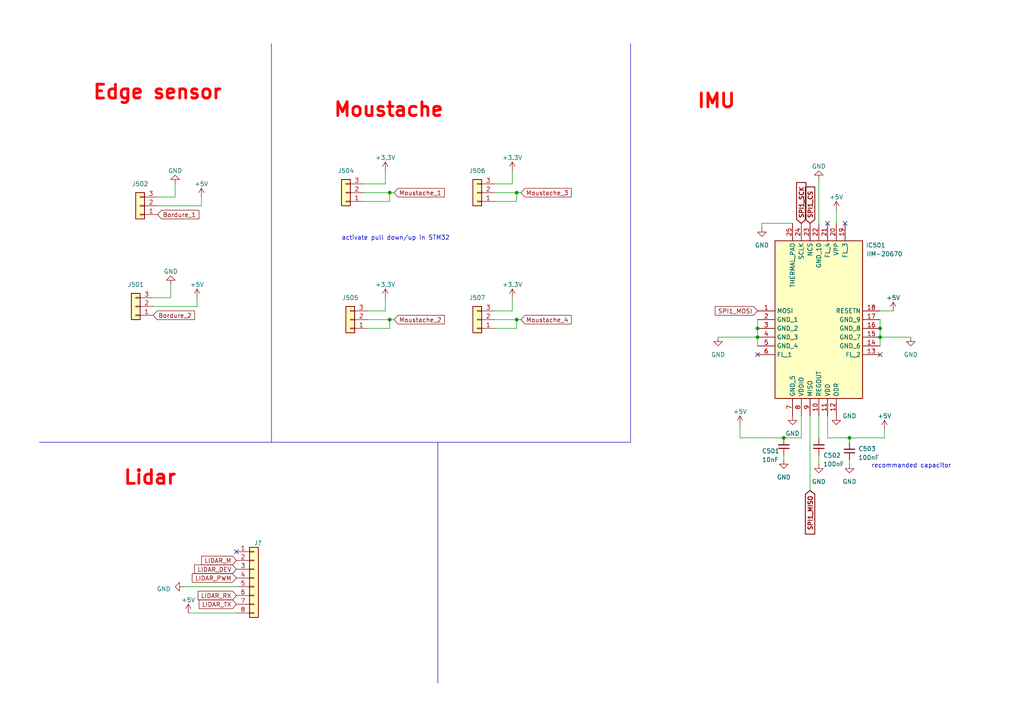
<source format=kicad_sch>
(kicad_sch (version 20230121) (generator eeschema)

  (uuid df230a0d-025f-4e16-9810-5b7b96a6c73a)

  (paper "A4")

  (title_block
    (title "Carte éléctronique Ludzinator")
    (date "2023-09-19")
    (rev "GILLES Baptiste")
  )

  (lib_symbols
    (symbol "Connector_Generic:Conn_01x03" (pin_names (offset 1.016) hide) (in_bom yes) (on_board yes)
      (property "Reference" "J" (at 0 5.08 0)
        (effects (font (size 1.27 1.27)))
      )
      (property "Value" "Conn_01x03" (at 0 -5.08 0)
        (effects (font (size 1.27 1.27)))
      )
      (property "Footprint" "" (at 0 0 0)
        (effects (font (size 1.27 1.27)) hide)
      )
      (property "Datasheet" "~" (at 0 0 0)
        (effects (font (size 1.27 1.27)) hide)
      )
      (property "ki_keywords" "connector" (at 0 0 0)
        (effects (font (size 1.27 1.27)) hide)
      )
      (property "ki_description" "Generic connector, single row, 01x03, script generated (kicad-library-utils/schlib/autogen/connector/)" (at 0 0 0)
        (effects (font (size 1.27 1.27)) hide)
      )
      (property "ki_fp_filters" "Connector*:*_1x??_*" (at 0 0 0)
        (effects (font (size 1.27 1.27)) hide)
      )
      (symbol "Conn_01x03_1_1"
        (rectangle (start -1.27 -2.413) (end 0 -2.667)
          (stroke (width 0.1524) (type default))
          (fill (type none))
        )
        (rectangle (start -1.27 0.127) (end 0 -0.127)
          (stroke (width 0.1524) (type default))
          (fill (type none))
        )
        (rectangle (start -1.27 2.667) (end 0 2.413)
          (stroke (width 0.1524) (type default))
          (fill (type none))
        )
        (rectangle (start -1.27 3.81) (end 1.27 -3.81)
          (stroke (width 0.254) (type default))
          (fill (type background))
        )
        (pin passive line (at -5.08 2.54 0) (length 3.81)
          (name "Pin_1" (effects (font (size 1.27 1.27))))
          (number "1" (effects (font (size 1.27 1.27))))
        )
        (pin passive line (at -5.08 0 0) (length 3.81)
          (name "Pin_2" (effects (font (size 1.27 1.27))))
          (number "2" (effects (font (size 1.27 1.27))))
        )
        (pin passive line (at -5.08 -2.54 0) (length 3.81)
          (name "Pin_3" (effects (font (size 1.27 1.27))))
          (number "3" (effects (font (size 1.27 1.27))))
        )
      )
    )
    (symbol "Connector_Generic:Conn_01x08" (pin_names (offset 1.016) hide) (in_bom yes) (on_board yes)
      (property "Reference" "J" (at 0 10.16 0)
        (effects (font (size 1.27 1.27)))
      )
      (property "Value" "Conn_01x08" (at 0 -12.7 0)
        (effects (font (size 1.27 1.27)))
      )
      (property "Footprint" "" (at 0 0 0)
        (effects (font (size 1.27 1.27)) hide)
      )
      (property "Datasheet" "~" (at 0 0 0)
        (effects (font (size 1.27 1.27)) hide)
      )
      (property "ki_keywords" "connector" (at 0 0 0)
        (effects (font (size 1.27 1.27)) hide)
      )
      (property "ki_description" "Generic connector, single row, 01x08, script generated (kicad-library-utils/schlib/autogen/connector/)" (at 0 0 0)
        (effects (font (size 1.27 1.27)) hide)
      )
      (property "ki_fp_filters" "Connector*:*_1x??_*" (at 0 0 0)
        (effects (font (size 1.27 1.27)) hide)
      )
      (symbol "Conn_01x08_1_1"
        (rectangle (start -1.27 -10.033) (end 0 -10.287)
          (stroke (width 0.1524) (type default))
          (fill (type none))
        )
        (rectangle (start -1.27 -7.493) (end 0 -7.747)
          (stroke (width 0.1524) (type default))
          (fill (type none))
        )
        (rectangle (start -1.27 -4.953) (end 0 -5.207)
          (stroke (width 0.1524) (type default))
          (fill (type none))
        )
        (rectangle (start -1.27 -2.413) (end 0 -2.667)
          (stroke (width 0.1524) (type default))
          (fill (type none))
        )
        (rectangle (start -1.27 0.127) (end 0 -0.127)
          (stroke (width 0.1524) (type default))
          (fill (type none))
        )
        (rectangle (start -1.27 2.667) (end 0 2.413)
          (stroke (width 0.1524) (type default))
          (fill (type none))
        )
        (rectangle (start -1.27 5.207) (end 0 4.953)
          (stroke (width 0.1524) (type default))
          (fill (type none))
        )
        (rectangle (start -1.27 7.747) (end 0 7.493)
          (stroke (width 0.1524) (type default))
          (fill (type none))
        )
        (rectangle (start -1.27 8.89) (end 1.27 -11.43)
          (stroke (width 0.254) (type default))
          (fill (type background))
        )
        (pin passive line (at -5.08 7.62 0) (length 3.81)
          (name "Pin_1" (effects (font (size 1.27 1.27))))
          (number "1" (effects (font (size 1.27 1.27))))
        )
        (pin passive line (at -5.08 5.08 0) (length 3.81)
          (name "Pin_2" (effects (font (size 1.27 1.27))))
          (number "2" (effects (font (size 1.27 1.27))))
        )
        (pin passive line (at -5.08 2.54 0) (length 3.81)
          (name "Pin_3" (effects (font (size 1.27 1.27))))
          (number "3" (effects (font (size 1.27 1.27))))
        )
        (pin passive line (at -5.08 0 0) (length 3.81)
          (name "Pin_4" (effects (font (size 1.27 1.27))))
          (number "4" (effects (font (size 1.27 1.27))))
        )
        (pin passive line (at -5.08 -2.54 0) (length 3.81)
          (name "Pin_5" (effects (font (size 1.27 1.27))))
          (number "5" (effects (font (size 1.27 1.27))))
        )
        (pin passive line (at -5.08 -5.08 0) (length 3.81)
          (name "Pin_6" (effects (font (size 1.27 1.27))))
          (number "6" (effects (font (size 1.27 1.27))))
        )
        (pin passive line (at -5.08 -7.62 0) (length 3.81)
          (name "Pin_7" (effects (font (size 1.27 1.27))))
          (number "7" (effects (font (size 1.27 1.27))))
        )
        (pin passive line (at -5.08 -10.16 0) (length 3.81)
          (name "Pin_8" (effects (font (size 1.27 1.27))))
          (number "8" (effects (font (size 1.27 1.27))))
        )
      )
    )
    (symbol "Device:C_Small" (pin_numbers hide) (pin_names (offset 0.254) hide) (in_bom yes) (on_board yes)
      (property "Reference" "C" (at 0.254 1.778 0)
        (effects (font (size 1.27 1.27)) (justify left))
      )
      (property "Value" "C_Small" (at 0.254 -2.032 0)
        (effects (font (size 1.27 1.27)) (justify left))
      )
      (property "Footprint" "" (at 0 0 0)
        (effects (font (size 1.27 1.27)) hide)
      )
      (property "Datasheet" "~" (at 0 0 0)
        (effects (font (size 1.27 1.27)) hide)
      )
      (property "ki_keywords" "capacitor cap" (at 0 0 0)
        (effects (font (size 1.27 1.27)) hide)
      )
      (property "ki_description" "Unpolarized capacitor, small symbol" (at 0 0 0)
        (effects (font (size 1.27 1.27)) hide)
      )
      (property "ki_fp_filters" "C_*" (at 0 0 0)
        (effects (font (size 1.27 1.27)) hide)
      )
      (symbol "C_Small_0_1"
        (polyline
          (pts
            (xy -1.524 -0.508)
            (xy 1.524 -0.508)
          )
          (stroke (width 0.3302) (type default))
          (fill (type none))
        )
        (polyline
          (pts
            (xy -1.524 0.508)
            (xy 1.524 0.508)
          )
          (stroke (width 0.3048) (type default))
          (fill (type none))
        )
      )
      (symbol "C_Small_1_1"
        (pin passive line (at 0 2.54 270) (length 2.032)
          (name "~" (effects (font (size 1.27 1.27))))
          (number "1" (effects (font (size 1.27 1.27))))
        )
        (pin passive line (at 0 -2.54 90) (length 2.032)
          (name "~" (effects (font (size 1.27 1.27))))
          (number "2" (effects (font (size 1.27 1.27))))
        )
      )
    )
    (symbol "Ludzlib:IIM-20670" (in_bom yes) (on_board yes)
      (property "Reference" "IC" (at 31.75 25.4 0)
        (effects (font (size 1.27 1.27)) (justify left top))
      )
      (property "Value" "IIM-20670" (at 31.75 22.86 0)
        (effects (font (size 1.27 1.27)) (justify left top))
      )
      (property "Footprint" "QFN50P450X450X115-25N" (at 31.75 -77.14 0)
        (effects (font (size 1.27 1.27)) (justify left top) hide)
      )
      (property "Datasheet" "https://invensense.tdk.com/download-pdf/iim-20670-product-brief/" (at 31.75 -177.14 0)
        (effects (font (size 1.27 1.27)) (justify left top) hide)
      )
      (property "Height" "1.15" (at 31.75 -377.14 0)
        (effects (font (size 1.27 1.27)) (justify left top) hide)
      )
      (property "Mouser Part Number" "" (at 31.75 -477.14 0)
        (effects (font (size 1.27 1.27)) (justify left top) hide)
      )
      (property "Mouser Price/Stock" "" (at 31.75 -577.14 0)
        (effects (font (size 1.27 1.27)) (justify left top) hide)
      )
      (property "Manufacturer_Name" "TDK" (at 31.75 -677.14 0)
        (effects (font (size 1.27 1.27)) (justify left top) hide)
      )
      (property "Manufacturer_Part_Number" "IIM-20670" (at 31.75 -777.14 0)
        (effects (font (size 1.27 1.27)) (justify left top) hide)
      )
      (property "ki_description" "IMUs - Inertial Measurement Units 6-axis Industrial IMU, Motion Tracking, SmartIndustrial" (at 0 0 0)
        (effects (font (size 1.27 1.27)) hide)
      )
      (symbol "IIM-20670_1_1"
        (rectangle (start 5.08 20.32) (end 30.48 -25.4)
          (stroke (width 0.254) (type default))
          (fill (type background))
        )
        (pin passive line (at 0 0 0) (length 5.08)
          (name "MOSI" (effects (font (size 1.27 1.27))))
          (number "1" (effects (font (size 1.27 1.27))))
        )
        (pin passive line (at 17.78 -30.48 90) (length 5.08)
          (name "REGOUT" (effects (font (size 1.27 1.27))))
          (number "10" (effects (font (size 1.27 1.27))))
        )
        (pin passive line (at 20.32 -30.48 90) (length 5.08)
          (name "VDD" (effects (font (size 1.27 1.27))))
          (number "11" (effects (font (size 1.27 1.27))))
        )
        (pin passive line (at 22.86 -30.48 90) (length 5.08)
          (name "ODR" (effects (font (size 1.27 1.27))))
          (number "12" (effects (font (size 1.27 1.27))))
        )
        (pin passive line (at 35.56 -12.7 180) (length 5.08)
          (name "FL_2" (effects (font (size 1.27 1.27))))
          (number "13" (effects (font (size 1.27 1.27))))
        )
        (pin passive line (at 35.56 -10.16 180) (length 5.08)
          (name "GND_6" (effects (font (size 1.27 1.27))))
          (number "14" (effects (font (size 1.27 1.27))))
        )
        (pin passive line (at 35.56 -7.62 180) (length 5.08)
          (name "GND_7" (effects (font (size 1.27 1.27))))
          (number "15" (effects (font (size 1.27 1.27))))
        )
        (pin passive line (at 35.56 -5.08 180) (length 5.08)
          (name "GND_8" (effects (font (size 1.27 1.27))))
          (number "16" (effects (font (size 1.27 1.27))))
        )
        (pin passive line (at 35.56 -2.54 180) (length 5.08)
          (name "GND_9" (effects (font (size 1.27 1.27))))
          (number "17" (effects (font (size 1.27 1.27))))
        )
        (pin passive line (at 35.56 0 180) (length 5.08)
          (name "RESETN" (effects (font (size 1.27 1.27))))
          (number "18" (effects (font (size 1.27 1.27))))
        )
        (pin passive line (at 25.4 25.4 270) (length 5.08)
          (name "FL_3" (effects (font (size 1.27 1.27))))
          (number "19" (effects (font (size 1.27 1.27))))
        )
        (pin passive line (at 0 -2.54 0) (length 5.08)
          (name "GND_1" (effects (font (size 1.27 1.27))))
          (number "2" (effects (font (size 1.27 1.27))))
        )
        (pin passive line (at 22.86 25.4 270) (length 5.08)
          (name "VPP" (effects (font (size 1.27 1.27))))
          (number "20" (effects (font (size 1.27 1.27))))
        )
        (pin passive line (at 20.32 25.4 270) (length 5.08)
          (name "FL_4" (effects (font (size 1.27 1.27))))
          (number "21" (effects (font (size 1.27 1.27))))
        )
        (pin passive line (at 17.78 25.4 270) (length 5.08)
          (name "GND_10" (effects (font (size 1.27 1.27))))
          (number "22" (effects (font (size 1.27 1.27))))
        )
        (pin passive line (at 15.24 25.4 270) (length 5.08)
          (name "NCS" (effects (font (size 1.27 1.27))))
          (number "23" (effects (font (size 1.27 1.27))))
        )
        (pin passive line (at 12.7 25.4 270) (length 5.08)
          (name "SCLK" (effects (font (size 1.27 1.27))))
          (number "24" (effects (font (size 1.27 1.27))))
        )
        (pin passive line (at 10.16 25.4 270) (length 5.08)
          (name "THERMAL_PAD" (effects (font (size 1.27 1.27))))
          (number "25" (effects (font (size 1.27 1.27))))
        )
        (pin passive line (at 0 -5.08 0) (length 5.08)
          (name "GND_2" (effects (font (size 1.27 1.27))))
          (number "3" (effects (font (size 1.27 1.27))))
        )
        (pin passive line (at 0 -7.62 0) (length 5.08)
          (name "GND_3" (effects (font (size 1.27 1.27))))
          (number "4" (effects (font (size 1.27 1.27))))
        )
        (pin passive line (at 0 -10.16 0) (length 5.08)
          (name "GND_4" (effects (font (size 1.27 1.27))))
          (number "5" (effects (font (size 1.27 1.27))))
        )
        (pin passive line (at 0 -12.7 0) (length 5.08)
          (name "FL_1" (effects (font (size 1.27 1.27))))
          (number "6" (effects (font (size 1.27 1.27))))
        )
        (pin passive line (at 10.16 -30.48 90) (length 5.08)
          (name "GND_5" (effects (font (size 1.27 1.27))))
          (number "7" (effects (font (size 1.27 1.27))))
        )
        (pin passive line (at 12.7 -30.48 90) (length 5.08)
          (name "VDDIO" (effects (font (size 1.27 1.27))))
          (number "8" (effects (font (size 1.27 1.27))))
        )
        (pin passive line (at 15.24 -30.48 90) (length 5.08)
          (name "MISO" (effects (font (size 1.27 1.27))))
          (number "9" (effects (font (size 1.27 1.27))))
        )
      )
    )
    (symbol "power:+3.3V" (power) (pin_names (offset 0)) (in_bom yes) (on_board yes)
      (property "Reference" "#PWR" (at 0 -3.81 0)
        (effects (font (size 1.27 1.27)) hide)
      )
      (property "Value" "+3.3V" (at 0 3.556 0)
        (effects (font (size 1.27 1.27)))
      )
      (property "Footprint" "" (at 0 0 0)
        (effects (font (size 1.27 1.27)) hide)
      )
      (property "Datasheet" "" (at 0 0 0)
        (effects (font (size 1.27 1.27)) hide)
      )
      (property "ki_keywords" "global power" (at 0 0 0)
        (effects (font (size 1.27 1.27)) hide)
      )
      (property "ki_description" "Power symbol creates a global label with name \"+3.3V\"" (at 0 0 0)
        (effects (font (size 1.27 1.27)) hide)
      )
      (symbol "+3.3V_0_1"
        (polyline
          (pts
            (xy -0.762 1.27)
            (xy 0 2.54)
          )
          (stroke (width 0) (type default))
          (fill (type none))
        )
        (polyline
          (pts
            (xy 0 0)
            (xy 0 2.54)
          )
          (stroke (width 0) (type default))
          (fill (type none))
        )
        (polyline
          (pts
            (xy 0 2.54)
            (xy 0.762 1.27)
          )
          (stroke (width 0) (type default))
          (fill (type none))
        )
      )
      (symbol "+3.3V_1_1"
        (pin power_in line (at 0 0 90) (length 0) hide
          (name "+3.3V" (effects (font (size 1.27 1.27))))
          (number "1" (effects (font (size 1.27 1.27))))
        )
      )
    )
    (symbol "power:+5V" (power) (pin_names (offset 0)) (in_bom yes) (on_board yes)
      (property "Reference" "#PWR" (at 0 -3.81 0)
        (effects (font (size 1.27 1.27)) hide)
      )
      (property "Value" "+5V" (at 0 3.556 0)
        (effects (font (size 1.27 1.27)))
      )
      (property "Footprint" "" (at 0 0 0)
        (effects (font (size 1.27 1.27)) hide)
      )
      (property "Datasheet" "" (at 0 0 0)
        (effects (font (size 1.27 1.27)) hide)
      )
      (property "ki_keywords" "global power" (at 0 0 0)
        (effects (font (size 1.27 1.27)) hide)
      )
      (property "ki_description" "Power symbol creates a global label with name \"+5V\"" (at 0 0 0)
        (effects (font (size 1.27 1.27)) hide)
      )
      (symbol "+5V_0_1"
        (polyline
          (pts
            (xy -0.762 1.27)
            (xy 0 2.54)
          )
          (stroke (width 0) (type default))
          (fill (type none))
        )
        (polyline
          (pts
            (xy 0 0)
            (xy 0 2.54)
          )
          (stroke (width 0) (type default))
          (fill (type none))
        )
        (polyline
          (pts
            (xy 0 2.54)
            (xy 0.762 1.27)
          )
          (stroke (width 0) (type default))
          (fill (type none))
        )
      )
      (symbol "+5V_1_1"
        (pin power_in line (at 0 0 90) (length 0) hide
          (name "+5V" (effects (font (size 1.27 1.27))))
          (number "1" (effects (font (size 1.27 1.27))))
        )
      )
    )
    (symbol "power:GND" (power) (pin_names (offset 0)) (in_bom yes) (on_board yes)
      (property "Reference" "#PWR" (at 0 -6.35 0)
        (effects (font (size 1.27 1.27)) hide)
      )
      (property "Value" "GND" (at 0 -3.81 0)
        (effects (font (size 1.27 1.27)))
      )
      (property "Footprint" "" (at 0 0 0)
        (effects (font (size 1.27 1.27)) hide)
      )
      (property "Datasheet" "" (at 0 0 0)
        (effects (font (size 1.27 1.27)) hide)
      )
      (property "ki_keywords" "global power" (at 0 0 0)
        (effects (font (size 1.27 1.27)) hide)
      )
      (property "ki_description" "Power symbol creates a global label with name \"GND\" , ground" (at 0 0 0)
        (effects (font (size 1.27 1.27)) hide)
      )
      (symbol "GND_0_1"
        (polyline
          (pts
            (xy 0 0)
            (xy 0 -1.27)
            (xy 1.27 -1.27)
            (xy 0 -2.54)
            (xy -1.27 -1.27)
            (xy 0 -1.27)
          )
          (stroke (width 0) (type default))
          (fill (type none))
        )
      )
      (symbol "GND_1_1"
        (pin power_in line (at 0 0 270) (length 0) hide
          (name "GND" (effects (font (size 1.27 1.27))))
          (number "1" (effects (font (size 1.27 1.27))))
        )
      )
    )
  )

  (junction (at 255.27 97.79) (diameter 0) (color 0 0 0 0)
    (uuid 0b9db05d-dbf2-45a7-b2fa-482b1293379e)
  )
  (junction (at 149.86 55.88) (diameter 0) (color 0 0 0 0)
    (uuid 12678e06-22e8-41d8-bc1f-536bf7e741af)
  )
  (junction (at 246.38 127) (diameter 0) (color 0 0 0 0)
    (uuid 42654cbe-4815-4b12-a874-ab5a82d51ef5)
  )
  (junction (at 113.03 92.71) (diameter 0) (color 0 0 0 0)
    (uuid 4c983bba-9362-4779-a4e0-eefaec6a1106)
  )
  (junction (at 219.71 95.25) (diameter 0) (color 0 0 0 0)
    (uuid 69450811-db38-4571-935c-d15b5fa55b06)
  )
  (junction (at 149.86 92.71) (diameter 0) (color 0 0 0 0)
    (uuid 70b43d4e-039a-4236-bc1c-516653a43bf7)
  )
  (junction (at 227.33 127) (diameter 0) (color 0 0 0 0)
    (uuid 8fa39e20-3846-4711-b7af-c4eab74d5d04)
  )
  (junction (at 113.03 55.88) (diameter 0) (color 0 0 0 0)
    (uuid a0716766-8d0a-4883-bb16-eb5bc86b9742)
  )
  (junction (at 255.27 95.25) (diameter 0) (color 0 0 0 0)
    (uuid ddd0d31c-3802-4806-9b58-22b11206d0bb)
  )
  (junction (at 219.71 97.79) (diameter 0) (color 0 0 0 0)
    (uuid e12734a1-0668-41a8-8f7f-52c04ac11bf0)
  )

  (no_connect (at 255.27 102.87) (uuid 7dc623cc-03f2-4fd2-9d5b-e84f667234ba))
  (no_connect (at 219.71 102.87) (uuid 901de6d7-f392-4372-9945-3eba8a510821))
  (no_connect (at 68.58 160.02) (uuid caa2d10b-342e-4e4f-9995-1a5f4fc0569b))
  (no_connect (at 245.11 64.77) (uuid de0b2da9-6f84-4cf1-b2c8-4041906ec99e))
  (no_connect (at 240.03 64.77) (uuid e3ec68fc-1b7b-4352-9178-b51498fa3583))

  (wire (pts (xy 106.68 90.17) (xy 111.76 90.17))
    (stroke (width 0) (type default))
    (uuid 048a60a3-7740-44a1-86fa-72db8c177a6e)
  )
  (wire (pts (xy 246.38 127) (xy 256.54 127))
    (stroke (width 0) (type default))
    (uuid 0c0b7ebd-fd41-4360-8d5b-1f15c9af3662)
  )
  (wire (pts (xy 229.87 64.77) (xy 220.98 64.77))
    (stroke (width 0) (type default))
    (uuid 1093f0ae-3a7d-4f58-a567-704d0e7bb90d)
  )
  (wire (pts (xy 143.51 53.34) (xy 148.59 53.34))
    (stroke (width 0) (type default))
    (uuid 15a267f8-3412-4f38-988d-12b4a0192ce6)
  )
  (wire (pts (xy 113.03 55.88) (xy 114.3 55.88))
    (stroke (width 0) (type default))
    (uuid 175f41ef-4ca8-4cb5-a637-740012a04abc)
  )
  (wire (pts (xy 149.86 95.25) (xy 149.86 92.71))
    (stroke (width 0) (type default))
    (uuid 1e690c94-e54c-4240-977a-638e93fa51df)
  )
  (wire (pts (xy 240.03 127) (xy 240.03 120.65))
    (stroke (width 0) (type default))
    (uuid 1f4440b9-4da4-4cda-b530-5852ec46e0da)
  )
  (wire (pts (xy 111.76 49.53) (xy 111.76 53.34))
    (stroke (width 0) (type default))
    (uuid 20a85093-2ade-49e4-a13a-80808e220104)
  )
  (wire (pts (xy 111.76 86.36) (xy 111.76 90.17))
    (stroke (width 0) (type default))
    (uuid 20bdc74b-9486-45d2-b1de-fce16c56135a)
  )
  (wire (pts (xy 45.72 59.69) (xy 58.42 59.69))
    (stroke (width 0) (type default))
    (uuid 22c007d5-d7a4-4a35-b126-71fc97f23f75)
  )
  (wire (pts (xy 44.45 88.9) (xy 57.15 88.9))
    (stroke (width 0) (type default))
    (uuid 2377f5c6-c283-4caa-ba36-a9b812bdac4b)
  )
  (wire (pts (xy 45.72 57.15) (xy 50.8 57.15))
    (stroke (width 0) (type default))
    (uuid 26d6db53-81f7-428b-abb2-336b4f863f7a)
  )
  (wire (pts (xy 149.86 55.88) (xy 151.13 55.88))
    (stroke (width 0) (type default))
    (uuid 2d98fa35-d4ed-4522-be31-de3d1a53ec2c)
  )
  (wire (pts (xy 143.51 92.71) (xy 149.86 92.71))
    (stroke (width 0) (type default))
    (uuid 2e3b5641-5b87-4f20-99f9-a6651ddea4fd)
  )
  (wire (pts (xy 149.86 92.71) (xy 151.13 92.71))
    (stroke (width 0) (type default))
    (uuid 2faf26e3-9ce9-4beb-9118-279a3e1fba15)
  )
  (wire (pts (xy 214.63 127) (xy 227.33 127))
    (stroke (width 0) (type default))
    (uuid 31854db2-08ac-403d-8492-c81b8d02df85)
  )
  (wire (pts (xy 227.33 133.35) (xy 227.33 132.08))
    (stroke (width 0) (type default))
    (uuid 33d77059-3c2e-4b09-9332-10196be6806b)
  )
  (wire (pts (xy 255.27 92.71) (xy 255.27 95.25))
    (stroke (width 0) (type default))
    (uuid 352b752e-dabf-4439-a8cb-1586f8967eb9)
  )
  (wire (pts (xy 58.42 57.15) (xy 58.42 59.69))
    (stroke (width 0) (type default))
    (uuid 37a80f1b-54d7-466c-b879-2f1a3d6fdc6e)
  )
  (wire (pts (xy 105.41 55.88) (xy 113.03 55.88))
    (stroke (width 0) (type default))
    (uuid 3a4abf37-2901-4fac-aee4-25b9d480ea25)
  )
  (wire (pts (xy 143.51 55.88) (xy 149.86 55.88))
    (stroke (width 0) (type default))
    (uuid 3c53dec7-47ef-4eb9-a48c-4ecc2a1a5e2a)
  )
  (wire (pts (xy 53.34 170.18) (xy 68.58 170.18))
    (stroke (width 0) (type default))
    (uuid 3f06d36c-596c-4418-89a4-004f60fdec82)
  )
  (wire (pts (xy 143.51 58.42) (xy 149.86 58.42))
    (stroke (width 0) (type default))
    (uuid 421f1921-5d9d-47e4-bc52-fd2c89abca0c)
  )
  (wire (pts (xy 106.68 95.25) (xy 113.03 95.25))
    (stroke (width 0) (type default))
    (uuid 459887b0-e769-4206-ae9f-685b6edbde70)
  )
  (wire (pts (xy 219.71 92.71) (xy 219.71 95.25))
    (stroke (width 0) (type default))
    (uuid 48714bec-ce3a-4d7a-b5bc-2cc7f8cee2f3)
  )
  (wire (pts (xy 50.8 53.34) (xy 50.8 57.15))
    (stroke (width 0) (type default))
    (uuid 4b087d87-44f9-4993-9452-fc9d97e79f5c)
  )
  (wire (pts (xy 237.49 120.65) (xy 237.49 127))
    (stroke (width 0) (type default))
    (uuid 546d3c9e-966b-454c-a338-2ca0daef5e6e)
  )
  (wire (pts (xy 234.95 120.65) (xy 234.95 142.24))
    (stroke (width 0) (type default))
    (uuid 55518228-572f-4077-a02e-59ae00ce17e1)
  )
  (wire (pts (xy 246.38 127) (xy 240.03 127))
    (stroke (width 0) (type default))
    (uuid 572f7f4b-4223-47a0-931c-10064cb8fd4e)
  )
  (polyline (pts (xy 127 128.27) (xy 127 198.12))
    (stroke (width 0) (type default))
    (uuid 5b27ef30-a998-4228-8a55-bd55691f8a09)
  )

  (wire (pts (xy 255.27 97.79) (xy 264.16 97.79))
    (stroke (width 0) (type default))
    (uuid 5dadf0c8-e6e6-441e-ad30-0a83aba4b386)
  )
  (wire (pts (xy 105.41 58.42) (xy 113.03 58.42))
    (stroke (width 0) (type default))
    (uuid 64f868bb-99c4-46eb-a4b5-3b7026154b17)
  )
  (wire (pts (xy 54.61 177.8) (xy 68.58 177.8))
    (stroke (width 0) (type default))
    (uuid 672ab0e3-135a-42ad-b168-d15cbd5e56dd)
  )
  (wire (pts (xy 106.68 92.71) (xy 113.03 92.71))
    (stroke (width 0) (type default))
    (uuid 6f91eb9e-8a4f-44c6-824f-442e526b8ac7)
  )
  (wire (pts (xy 220.98 64.77) (xy 220.98 66.04))
    (stroke (width 0) (type default))
    (uuid 772aeade-5aa4-4dc3-a119-67b0f75becfa)
  )
  (wire (pts (xy 227.33 127) (xy 232.41 127))
    (stroke (width 0) (type default))
    (uuid 7e02da38-d114-4836-b7dc-ff1e1185b33e)
  )
  (polyline (pts (xy 182.88 128.27) (xy 127 128.27))
    (stroke (width 0) (type default))
    (uuid 82440888-b7a2-46ea-a3fd-803e8759333a)
  )

  (wire (pts (xy 113.03 92.71) (xy 114.3 92.71))
    (stroke (width 0) (type default))
    (uuid 878c3f07-a77e-4921-9221-a88134e8275b)
  )
  (wire (pts (xy 143.51 95.25) (xy 149.86 95.25))
    (stroke (width 0) (type default))
    (uuid 88e3295c-6d36-497e-980c-00ee0ee09a10)
  )
  (wire (pts (xy 255.27 95.25) (xy 255.27 97.79))
    (stroke (width 0) (type default))
    (uuid 8ae3f3dc-7992-4677-bc83-b9ca29bc4ea2)
  )
  (wire (pts (xy 148.59 49.53) (xy 148.59 53.34))
    (stroke (width 0) (type default))
    (uuid 8b611493-dc4a-42c1-accb-6db41b36d457)
  )
  (wire (pts (xy 148.59 86.36) (xy 148.59 90.17))
    (stroke (width 0) (type default))
    (uuid 967544f1-29f5-4d65-9110-087b60f87578)
  )
  (wire (pts (xy 255.27 90.17) (xy 259.08 90.17))
    (stroke (width 0) (type default))
    (uuid 96ca09a2-79e3-4ce7-83de-81ec0a4496ae)
  )
  (polyline (pts (xy 78.74 12.7) (xy 78.74 128.27))
    (stroke (width 0) (type default))
    (uuid 98d26121-1bae-4102-813e-0897deb20856)
  )

  (wire (pts (xy 44.45 86.36) (xy 49.53 86.36))
    (stroke (width 0) (type default))
    (uuid 99a714ca-72a8-4b98-baef-2197ef2a7dc3)
  )
  (polyline (pts (xy 182.88 12.7) (xy 182.88 128.27))
    (stroke (width 0) (type default))
    (uuid 9c7ee56a-28c5-418f-8e5b-52ab2e892da5)
  )

  (wire (pts (xy 214.63 123.19) (xy 214.63 127))
    (stroke (width 0) (type default))
    (uuid 9cd865c7-c809-466d-93fc-cc0908ac89df)
  )
  (wire (pts (xy 57.15 86.36) (xy 57.15 88.9))
    (stroke (width 0) (type default))
    (uuid 9f7e3365-3f26-4163-86bf-902d6285ff94)
  )
  (wire (pts (xy 237.49 134.62) (xy 237.49 132.08))
    (stroke (width 0) (type default))
    (uuid a0f6c36a-d57a-4c70-b37f-883dfa00a799)
  )
  (wire (pts (xy 246.38 127) (xy 246.38 128.27))
    (stroke (width 0) (type default))
    (uuid a44bf930-c19a-4707-a6e7-0f5557ed4b87)
  )
  (wire (pts (xy 105.41 53.34) (xy 111.76 53.34))
    (stroke (width 0) (type default))
    (uuid a60f7c4c-9673-4ea6-8ef2-dc554121db23)
  )
  (wire (pts (xy 246.38 134.62) (xy 246.38 133.35))
    (stroke (width 0) (type default))
    (uuid a7e61239-ba02-460a-ac76-c5389b4ee663)
  )
  (wire (pts (xy 232.41 127) (xy 232.41 120.65))
    (stroke (width 0) (type default))
    (uuid ad30c2a9-f481-42e6-906d-6a2c18016bf5)
  )
  (wire (pts (xy 113.03 95.25) (xy 113.03 92.71))
    (stroke (width 0) (type default))
    (uuid b46b0a5b-e6dd-4285-8ba6-9e10b3adb55c)
  )
  (wire (pts (xy 208.28 97.79) (xy 219.71 97.79))
    (stroke (width 0) (type default))
    (uuid c673f0e8-dee4-407e-b3f2-69ccaab607cc)
  )
  (wire (pts (xy 256.54 124.46) (xy 256.54 127))
    (stroke (width 0) (type default))
    (uuid c686726e-9155-4915-9d47-c92f22623b0e)
  )
  (wire (pts (xy 255.27 97.79) (xy 255.27 100.33))
    (stroke (width 0) (type default))
    (uuid d704e4eb-f3a0-4ec4-a7c2-aa594f95b445)
  )
  (wire (pts (xy 49.53 82.55) (xy 49.53 86.36))
    (stroke (width 0) (type default))
    (uuid d7346d94-28e3-4e67-953e-d6dbf523fa75)
  )
  (wire (pts (xy 143.51 90.17) (xy 148.59 90.17))
    (stroke (width 0) (type default))
    (uuid da134fbd-ac8f-404c-8ee2-4eff61d1dfe2)
  )
  (polyline (pts (xy 11.43 128.27) (xy 127 128.27))
    (stroke (width 0) (type default))
    (uuid ea8634e1-3ce5-4456-8b6c-c2851aa00bf1)
  )

  (wire (pts (xy 219.71 95.25) (xy 219.71 97.79))
    (stroke (width 0) (type default))
    (uuid eaf1d4c2-fec2-4ad7-8e98-e795ad8c165c)
  )
  (wire (pts (xy 149.86 58.42) (xy 149.86 55.88))
    (stroke (width 0) (type default))
    (uuid f1b9e0d3-5b8a-4d30-b7a5-0e059cd99e9b)
  )
  (wire (pts (xy 242.57 60.96) (xy 242.57 64.77))
    (stroke (width 0) (type default))
    (uuid f56fadb8-aad5-4169-bb07-f6b702293603)
  )
  (wire (pts (xy 237.49 52.07) (xy 237.49 64.77))
    (stroke (width 0) (type default))
    (uuid f779158f-c08e-4bee-bd6c-e8c775da1c0a)
  )
  (wire (pts (xy 113.03 58.42) (xy 113.03 55.88))
    (stroke (width 0) (type default))
    (uuid f7856d32-87df-4cc6-8031-f728c2d114be)
  )
  (wire (pts (xy 219.71 97.79) (xy 219.71 100.33))
    (stroke (width 0) (type default))
    (uuid f88b5910-b088-498b-8b91-7efcc24fd07f)
  )

  (text "Edge sensor\n" (at 26.67 29.21 0)
    (effects (font (size 4 4) (thickness 0.8) bold (color 255 0 6 1)) (justify left bottom))
    (uuid 4fdeefd8-eaae-4b07-9f51-0be5db5d80a5)
  )
  (text "activate pull down/up in STM32\n" (at 99.06 69.85 0)
    (effects (font (size 1.27 1.27)) (justify left bottom))
    (uuid ab635b36-fbe1-4edc-9beb-f6a774de4559)
  )
  (text "Lidar" (at 35.56 140.97 0)
    (effects (font (size 4 4) (thickness 0.8) bold (color 255 0 6 1)) (justify left bottom))
    (uuid b12e018f-4d50-4c01-a2d7-35f1f63fc3ae)
  )
  (text "Moustache\n" (at 96.52 34.29 0)
    (effects (font (size 4 4) (thickness 0.8) bold (color 255 0 6 1)) (justify left bottom))
    (uuid c7a065dc-2381-4990-b148-5814a6ff958e)
  )
  (text "IMU" (at 201.93 31.75 0)
    (effects (font (size 4 4) bold (color 255 2 0 1)) (justify left bottom))
    (uuid cda55572-797a-4ed5-9dab-20ce4911f320)
  )
  (text "recommanded capacitor\n" (at 252.73 135.89 0)
    (effects (font (size 1.27 1.27)) (justify left bottom))
    (uuid d090fb20-cd8c-485f-bd41-2b226423f3e8)
  )

  (global_label "Moustache_3" (shape input) (at 151.13 55.88 0) (fields_autoplaced)
    (effects (font (size 1.27 1.27)) (justify left))
    (uuid 0547280b-ac54-4b6f-b36a-f5c2e4095650)
    (property "Intersheetrefs" "${INTERSHEET_REFS}" (at 166.1913 55.88 0)
      (effects (font (size 1.27 1.27)) (justify left) hide)
    )
  )
  (global_label "LIDAR_PWM" (shape input) (at 68.58 167.64 180) (fields_autoplaced)
    (effects (font (size 1.27 1.27)) (justify right))
    (uuid 3cfef49c-eb25-457c-bcc3-3bd90731d158)
    (property "Intersheetrefs" "${INTERSHEET_REFS}" (at 55.2723 167.64 0)
      (effects (font (size 1.27 1.27)) (justify right) hide)
    )
  )
  (global_label "LIDAR_M" (shape input) (at 68.58 162.56 180) (fields_autoplaced)
    (effects (font (size 1.27 1.27)) (justify right))
    (uuid 78265f3e-4bcb-473d-bc2b-96ed947a4326)
    (property "Intersheetrefs" "${INTERSHEET_REFS}" (at 57.9937 162.56 0)
      (effects (font (size 1.27 1.27)) (justify right) hide)
    )
  )
  (global_label "SPI1_MOSI" (shape input) (at 219.71 90.17 180) (fields_autoplaced)
    (effects (font (size 1.27 1.27)) (justify right))
    (uuid a24f04bd-e859-4b81-bcda-05f85c1e56e5)
    (property "Intersheetrefs" "${INTERSHEET_REFS}" (at 206.9466 90.17 0)
      (effects (font (size 1.27 1.27)) (justify right) hide)
    )
  )
  (global_label "SPI1_CS" (shape input) (at 234.95 64.77 90) (fields_autoplaced)
    (effects (font (size 1.27 1.27) bold) (justify left))
    (uuid a582f828-0970-442f-8735-cfbe2680d138)
    (property "Intersheetrefs" "${INTERSHEET_REFS}" (at 234.95 53.6949 90)
      (effects (font (size 1.27 1.27)) (justify left) hide)
    )
  )
  (global_label "Bordure_2" (shape input) (at 44.45 91.44 0) (fields_autoplaced)
    (effects (font (size 1.27 1.27)) (justify left))
    (uuid a9b3965c-ec9b-46c7-a78b-821e5c95d6f2)
    (property "Intersheetrefs" "${INTERSHEET_REFS}" (at 56.9109 91.44 0)
      (effects (font (size 1.27 1.27)) (justify left) hide)
    )
  )
  (global_label "SPI1_SCK" (shape input) (at 232.41 64.77 90) (fields_autoplaced)
    (effects (font (size 1.27 1.27) (thickness 0.254) bold) (justify left))
    (uuid c1efa05a-af0e-457e-97ae-b3a2b6b48c4b)
    (property "Intersheetrefs" "${INTERSHEET_REFS}" (at 232.41 52.4249 90)
      (effects (font (size 1.27 1.27)) (justify left) hide)
    )
  )
  (global_label "Moustache_2" (shape input) (at 114.3 92.71 0) (fields_autoplaced)
    (effects (font (size 1.27 1.27)) (justify left))
    (uuid d190abd5-f1a1-4d69-acbe-a8479d0d19ac)
    (property "Intersheetrefs" "${INTERSHEET_REFS}" (at 129.3613 92.71 0)
      (effects (font (size 1.27 1.27)) (justify left) hide)
    )
  )
  (global_label "SPI1_MISO" (shape input) (at 234.95 142.24 270) (fields_autoplaced)
    (effects (font (size 1.27 1.27) bold) (justify right))
    (uuid d41ff109-f896-4856-90cb-df1bfe1a75de)
    (property "Intersheetrefs" "${INTERSHEET_REFS}" (at 234.95 155.4318 90)
      (effects (font (size 1.27 1.27)) (justify right) hide)
    )
  )
  (global_label "Moustache_1" (shape input) (at 114.3 55.88 0) (fields_autoplaced)
    (effects (font (size 1.27 1.27)) (justify left))
    (uuid de471f86-fe29-45a2-9242-9a85f5ecf982)
    (property "Intersheetrefs" "${INTERSHEET_REFS}" (at 129.3613 55.88 0)
      (effects (font (size 1.27 1.27)) (justify left) hide)
    )
  )
  (global_label "LIDAR_RX" (shape input) (at 68.58 172.72 180) (fields_autoplaced)
    (effects (font (size 1.27 1.27)) (justify right))
    (uuid e203c37b-e395-4917-928e-42f7a5035b65)
    (property "Intersheetrefs" "${INTERSHEET_REFS}" (at 56.9656 172.72 0)
      (effects (font (size 1.27 1.27)) (justify right) hide)
    )
  )
  (global_label "Bordure_1" (shape input) (at 45.72 62.23 0) (fields_autoplaced)
    (effects (font (size 1.27 1.27)) (justify left))
    (uuid edc2182d-2762-46b5-a03e-a2bc14682289)
    (property "Intersheetrefs" "${INTERSHEET_REFS}" (at 58.1809 62.23 0)
      (effects (font (size 1.27 1.27)) (justify left) hide)
    )
  )
  (global_label "Moustache_4" (shape input) (at 151.13 92.71 0) (fields_autoplaced)
    (effects (font (size 1.27 1.27)) (justify left))
    (uuid f58a17f1-9e59-4a4b-867f-4a2051c9e7f1)
    (property "Intersheetrefs" "${INTERSHEET_REFS}" (at 166.1913 92.71 0)
      (effects (font (size 1.27 1.27)) (justify left) hide)
    )
  )
  (global_label "LIDAR_TX" (shape input) (at 68.58 175.26 180) (fields_autoplaced)
    (effects (font (size 1.27 1.27)) (justify right))
    (uuid f6126247-8869-41ac-bcf1-7a9d7c199d48)
    (property "Intersheetrefs" "${INTERSHEET_REFS}" (at 57.268 175.26 0)
      (effects (font (size 1.27 1.27)) (justify right) hide)
    )
  )
  (global_label "LIDAR_DEV" (shape input) (at 68.58 165.1 180) (fields_autoplaced)
    (effects (font (size 1.27 1.27)) (justify right))
    (uuid fb2a36b8-0a0b-4435-a99f-984003ef5b6d)
    (property "Intersheetrefs" "${INTERSHEET_REFS}" (at 55.9375 165.1 0)
      (effects (font (size 1.27 1.27)) (justify right) hide)
    )
  )

  (symbol (lib_id "power:GND") (at 53.34 170.18 270) (unit 1)
    (in_bom yes) (on_board yes) (dnp no) (fields_autoplaced)
    (uuid 032f4f4d-c926-4c7f-b4b3-fd443bb47c92)
    (property "Reference" "#PWR?" (at 46.99 170.18 0)
      (effects (font (size 1.27 1.27)) hide)
    )
    (property "Value" "GND" (at 49.53 170.815 90)
      (effects (font (size 1.27 1.27)) (justify right))
    )
    (property "Footprint" "" (at 53.34 170.18 0)
      (effects (font (size 1.27 1.27)) hide)
    )
    (property "Datasheet" "" (at 53.34 170.18 0)
      (effects (font (size 1.27 1.27)) hide)
    )
    (pin "1" (uuid e2b25219-4d26-45a9-9755-f21b7466b66a))
    (instances
      (project "Kyttiludzinator"
        (path "/ae6948d5-1dc0-45d1-b607-44e44d4b2b44/71528f02-33a0-49c9-abcb-9007a031c95a"
          (reference "#PWR?") (unit 1)
        )
        (path "/ae6948d5-1dc0-45d1-b607-44e44d4b2b44/f36161ad-3a1f-4728-bb96-7d7ecbaa85c4"
          (reference "#PWR0503") (unit 1)
        )
      )
    )
  )

  (symbol (lib_id "Connector_Generic:Conn_01x03") (at 138.43 92.71 180) (unit 1)
    (in_bom yes) (on_board yes) (dnp no)
    (uuid 0e59dd10-e125-43dc-9478-6d9ab119c921)
    (property "Reference" "J507" (at 138.43 86.36 0)
      (effects (font (size 1.27 1.27)))
    )
    (property "Value" "Conn_01x03" (at 138.43 87.63 0)
      (effects (font (size 1.27 1.27)) hide)
    )
    (property "Footprint" "Connector_JST:JST_XH_B3B-XH-A_1x03_P2.50mm_Vertical" (at 138.43 92.71 0)
      (effects (font (size 1.27 1.27)) hide)
    )
    (property "Datasheet" "~" (at 138.43 92.71 0)
      (effects (font (size 1.27 1.27)) hide)
    )
    (pin "1" (uuid 1c999eb1-5554-46d9-9377-ddd70498ce4e))
    (pin "2" (uuid cf725222-7a65-4e9a-8b65-0bbca46b2455))
    (pin "3" (uuid fda9751b-d04b-4d2e-b958-1abad071dcb4))
    (instances
      (project "Kyttiludzinator"
        (path "/ae6948d5-1dc0-45d1-b607-44e44d4b2b44/f36161ad-3a1f-4728-bb96-7d7ecbaa85c4"
          (reference "J507") (unit 1)
        )
      )
    )
  )

  (symbol (lib_id "power:+5V") (at 214.63 123.19 0) (unit 1)
    (in_bom yes) (on_board yes) (dnp no) (fields_autoplaced)
    (uuid 131281eb-bc9d-4569-971d-6618836926fb)
    (property "Reference" "#PWR0512" (at 214.63 127 0)
      (effects (font (size 1.27 1.27)) hide)
    )
    (property "Value" "+5V" (at 214.63 119.38 0)
      (effects (font (size 1.27 1.27)))
    )
    (property "Footprint" "" (at 214.63 123.19 0)
      (effects (font (size 1.27 1.27)) hide)
    )
    (property "Datasheet" "" (at 214.63 123.19 0)
      (effects (font (size 1.27 1.27)) hide)
    )
    (pin "1" (uuid 334941a4-c3c4-4cf2-ade9-615fccbdb61a))
    (instances
      (project "Kyttiludzinator"
        (path "/ae6948d5-1dc0-45d1-b607-44e44d4b2b44/f36161ad-3a1f-4728-bb96-7d7ecbaa85c4"
          (reference "#PWR0512") (unit 1)
        )
      )
    )
  )

  (symbol (lib_id "power:+5V") (at 54.61 177.8 0) (unit 1)
    (in_bom yes) (on_board yes) (dnp no)
    (uuid 1cdb475c-5386-4a9a-b189-39c20eb05eb6)
    (property "Reference" "#PWR?" (at 54.61 181.61 0)
      (effects (font (size 1.27 1.27)) hide)
    )
    (property "Value" "+5V" (at 54.61 173.99 0)
      (effects (font (size 1.27 1.27)))
    )
    (property "Footprint" "" (at 54.61 177.8 0)
      (effects (font (size 1.27 1.27)) hide)
    )
    (property "Datasheet" "" (at 54.61 177.8 0)
      (effects (font (size 1.27 1.27)) hide)
    )
    (pin "1" (uuid 190335c6-f640-4535-83eb-8d486bc00167))
    (instances
      (project "Kyttiludzinator"
        (path "/ae6948d5-1dc0-45d1-b607-44e44d4b2b44/71528f02-33a0-49c9-abcb-9007a031c95a"
          (reference "#PWR?") (unit 1)
        )
        (path "/ae6948d5-1dc0-45d1-b607-44e44d4b2b44/f36161ad-3a1f-4728-bb96-7d7ecbaa85c4"
          (reference "#PWR0504") (unit 1)
        )
      )
    )
  )

  (symbol (lib_id "power:+5V") (at 256.54 124.46 0) (unit 1)
    (in_bom yes) (on_board yes) (dnp no) (fields_autoplaced)
    (uuid 1ef43ac1-3f38-470c-9877-b412814d4306)
    (property "Reference" "#PWR0521" (at 256.54 128.27 0)
      (effects (font (size 1.27 1.27)) hide)
    )
    (property "Value" "+5V" (at 256.54 120.65 0)
      (effects (font (size 1.27 1.27)))
    )
    (property "Footprint" "" (at 256.54 124.46 0)
      (effects (font (size 1.27 1.27)) hide)
    )
    (property "Datasheet" "" (at 256.54 124.46 0)
      (effects (font (size 1.27 1.27)) hide)
    )
    (pin "1" (uuid 896f3d14-0716-4961-9f5a-a7f102249588))
    (instances
      (project "Kyttiludzinator"
        (path "/ae6948d5-1dc0-45d1-b607-44e44d4b2b44/f36161ad-3a1f-4728-bb96-7d7ecbaa85c4"
          (reference "#PWR0521") (unit 1)
        )
      )
    )
  )

  (symbol (lib_id "power:GND") (at 227.33 133.35 0) (unit 1)
    (in_bom yes) (on_board yes) (dnp no) (fields_autoplaced)
    (uuid 2756ac42-5a57-46e1-aa9d-3dbf69a162e0)
    (property "Reference" "#PWR0514" (at 227.33 139.7 0)
      (effects (font (size 1.27 1.27)) hide)
    )
    (property "Value" "GND" (at 227.33 138.43 0)
      (effects (font (size 1.27 1.27)))
    )
    (property "Footprint" "" (at 227.33 133.35 0)
      (effects (font (size 1.27 1.27)) hide)
    )
    (property "Datasheet" "" (at 227.33 133.35 0)
      (effects (font (size 1.27 1.27)) hide)
    )
    (pin "1" (uuid b88b92ea-bb28-410d-8c8b-225f6b9e39fc))
    (instances
      (project "Kyttiludzinator"
        (path "/ae6948d5-1dc0-45d1-b607-44e44d4b2b44/f36161ad-3a1f-4728-bb96-7d7ecbaa85c4"
          (reference "#PWR0514") (unit 1)
        )
      )
    )
  )

  (symbol (lib_id "Device:C_Small") (at 246.38 130.81 180) (unit 1)
    (in_bom yes) (on_board yes) (dnp no) (fields_autoplaced)
    (uuid 27ae4194-4b74-4b4d-af09-392acacd7e57)
    (property "Reference" "C503" (at 248.92 130.1686 0)
      (effects (font (size 1.27 1.27)) (justify right))
    )
    (property "Value" "100nF" (at 248.92 132.7086 0)
      (effects (font (size 1.27 1.27)) (justify right))
    )
    (property "Footprint" "Capacitor_SMD:C_0603_1608Metric_Pad1.08x0.95mm_HandSolder" (at 246.38 130.81 0)
      (effects (font (size 1.27 1.27)) hide)
    )
    (property "Datasheet" "~" (at 246.38 130.81 0)
      (effects (font (size 1.27 1.27)) hide)
    )
    (pin "1" (uuid 3a5e4701-f8c2-40c1-9d87-793e2596334c))
    (pin "2" (uuid 751ace14-96ba-4432-a37d-27176d1190d5))
    (instances
      (project "Kyttiludzinator"
        (path "/ae6948d5-1dc0-45d1-b607-44e44d4b2b44/f36161ad-3a1f-4728-bb96-7d7ecbaa85c4"
          (reference "C503") (unit 1)
        )
      )
    )
  )

  (symbol (lib_id "power:+5V") (at 259.08 90.17 0) (unit 1)
    (in_bom yes) (on_board yes) (dnp no) (fields_autoplaced)
    (uuid 2904c8ca-a1d2-461e-a577-d549db70ee65)
    (property "Reference" "#PWR0522" (at 259.08 93.98 0)
      (effects (font (size 1.27 1.27)) hide)
    )
    (property "Value" "+5V" (at 259.08 86.36 0)
      (effects (font (size 1.27 1.27)))
    )
    (property "Footprint" "" (at 259.08 90.17 0)
      (effects (font (size 1.27 1.27)) hide)
    )
    (property "Datasheet" "" (at 259.08 90.17 0)
      (effects (font (size 1.27 1.27)) hide)
    )
    (pin "1" (uuid 0645005c-309b-4c82-befa-a2913d1c0c6d))
    (instances
      (project "Kyttiludzinator"
        (path "/ae6948d5-1dc0-45d1-b607-44e44d4b2b44/f36161ad-3a1f-4728-bb96-7d7ecbaa85c4"
          (reference "#PWR0522") (unit 1)
        )
      )
    )
  )

  (symbol (lib_id "power:GND") (at 246.38 134.62 0) (unit 1)
    (in_bom yes) (on_board yes) (dnp no) (fields_autoplaced)
    (uuid 346e388d-ce2d-40b7-96e3-ac0cd282cf06)
    (property "Reference" "#PWR0520" (at 246.38 140.97 0)
      (effects (font (size 1.27 1.27)) hide)
    )
    (property "Value" "GND" (at 246.38 139.7 0)
      (effects (font (size 1.27 1.27)))
    )
    (property "Footprint" "" (at 246.38 134.62 0)
      (effects (font (size 1.27 1.27)) hide)
    )
    (property "Datasheet" "" (at 246.38 134.62 0)
      (effects (font (size 1.27 1.27)) hide)
    )
    (pin "1" (uuid 563600c5-8ca7-486b-9e8b-ed3692a552f3))
    (instances
      (project "Kyttiludzinator"
        (path "/ae6948d5-1dc0-45d1-b607-44e44d4b2b44/f36161ad-3a1f-4728-bb96-7d7ecbaa85c4"
          (reference "#PWR0520") (unit 1)
        )
      )
    )
  )

  (symbol (lib_id "Device:C_Small") (at 227.33 129.54 180) (unit 1)
    (in_bom yes) (on_board yes) (dnp no)
    (uuid 36af65ed-e8e9-449d-b3c0-e4fedd64efe1)
    (property "Reference" "C501" (at 220.98 130.81 0)
      (effects (font (size 1.27 1.27)) (justify right))
    )
    (property "Value" "10nF" (at 220.98 133.35 0)
      (effects (font (size 1.27 1.27)) (justify right))
    )
    (property "Footprint" "Capacitor_SMD:C_0603_1608Metric_Pad1.08x0.95mm_HandSolder" (at 227.33 129.54 0)
      (effects (font (size 1.27 1.27)) hide)
    )
    (property "Datasheet" "~" (at 227.33 129.54 0)
      (effects (font (size 1.27 1.27)) hide)
    )
    (pin "1" (uuid 84c66b82-2362-4003-98e9-353e5b5b59a0))
    (pin "2" (uuid 59cde5bb-9256-448c-9811-e98cf1c6f90d))
    (instances
      (project "Kyttiludzinator"
        (path "/ae6948d5-1dc0-45d1-b607-44e44d4b2b44/f36161ad-3a1f-4728-bb96-7d7ecbaa85c4"
          (reference "C501") (unit 1)
        )
      )
    )
  )

  (symbol (lib_id "Connector_Generic:Conn_01x03") (at 100.33 55.88 180) (unit 1)
    (in_bom yes) (on_board yes) (dnp no)
    (uuid 38e9d8e4-0d8e-4cfe-bad6-b8651115cfd5)
    (property "Reference" "J504" (at 100.33 49.53 0)
      (effects (font (size 1.27 1.27)))
    )
    (property "Value" "Conn_01x03" (at 100.33 50.8 0)
      (effects (font (size 1.27 1.27)) hide)
    )
    (property "Footprint" "Connector_JST:JST_XH_B3B-XH-A_1x03_P2.50mm_Vertical" (at 100.33 55.88 0)
      (effects (font (size 1.27 1.27)) hide)
    )
    (property "Datasheet" "~" (at 100.33 55.88 0)
      (effects (font (size 1.27 1.27)) hide)
    )
    (pin "1" (uuid 96bbcbcb-1218-4d71-9d85-e3a35949c07d))
    (pin "2" (uuid 716483a2-3406-42d5-9462-ebfec95a654f))
    (pin "3" (uuid b0701a23-3780-49f1-a533-b834cf76b630))
    (instances
      (project "Kyttiludzinator"
        (path "/ae6948d5-1dc0-45d1-b607-44e44d4b2b44/f36161ad-3a1f-4728-bb96-7d7ecbaa85c4"
          (reference "J504") (unit 1)
        )
      )
    )
  )

  (symbol (lib_id "power:GND") (at 242.57 120.65 0) (unit 1)
    (in_bom yes) (on_board yes) (dnp no)
    (uuid 4afce75b-383b-4a45-ad3b-91a0b3f190fe)
    (property "Reference" "#PWR0519" (at 242.57 127 0)
      (effects (font (size 1.27 1.27)) hide)
    )
    (property "Value" "GND" (at 246.38 120.65 0)
      (effects (font (size 1.27 1.27)))
    )
    (property "Footprint" "" (at 242.57 120.65 0)
      (effects (font (size 1.27 1.27)) hide)
    )
    (property "Datasheet" "" (at 242.57 120.65 0)
      (effects (font (size 1.27 1.27)) hide)
    )
    (pin "1" (uuid 6753ca8b-21c0-4676-ad37-c345c5b25bac))
    (instances
      (project "Kyttiludzinator"
        (path "/ae6948d5-1dc0-45d1-b607-44e44d4b2b44/f36161ad-3a1f-4728-bb96-7d7ecbaa85c4"
          (reference "#PWR0519") (unit 1)
        )
      )
    )
  )

  (symbol (lib_id "power:GND") (at 50.8 53.34 180) (unit 1)
    (in_bom yes) (on_board yes) (dnp no) (fields_autoplaced)
    (uuid 4d9bd0c2-eeab-4b59-9940-c3d7465dee58)
    (property "Reference" "#PWR0502" (at 50.8 46.99 0)
      (effects (font (size 1.27 1.27)) hide)
    )
    (property "Value" "GND" (at 50.8 49.53 0)
      (effects (font (size 1.27 1.27)))
    )
    (property "Footprint" "" (at 50.8 53.34 0)
      (effects (font (size 1.27 1.27)) hide)
    )
    (property "Datasheet" "" (at 50.8 53.34 0)
      (effects (font (size 1.27 1.27)) hide)
    )
    (pin "1" (uuid 96d36317-d438-4d2f-b089-780150dacee2))
    (instances
      (project "Kyttiludzinator"
        (path "/ae6948d5-1dc0-45d1-b607-44e44d4b2b44/f36161ad-3a1f-4728-bb96-7d7ecbaa85c4"
          (reference "#PWR0502") (unit 1)
        )
      )
    )
  )

  (symbol (lib_id "power:+3.3V") (at 111.76 86.36 0) (unit 1)
    (in_bom yes) (on_board yes) (dnp no) (fields_autoplaced)
    (uuid 59716b39-d17f-47b8-b1a4-8263a5cdcd0f)
    (property "Reference" "#PWR?" (at 111.76 90.17 0)
      (effects (font (size 1.27 1.27)) hide)
    )
    (property "Value" "+3.3V" (at 111.76 82.55 0)
      (effects (font (size 1.27 1.27)))
    )
    (property "Footprint" "" (at 111.76 86.36 0)
      (effects (font (size 1.27 1.27)) hide)
    )
    (property "Datasheet" "" (at 111.76 86.36 0)
      (effects (font (size 1.27 1.27)) hide)
    )
    (pin "1" (uuid fbcf7b69-ce86-482d-aa01-f0cc4209a186))
    (instances
      (project "MoteurProjet"
        (path "/955f48a8-b6e3-44c8-aaca-9d5346c5324e/be780ed5-da0c-4963-b580-9f33fe7539b0"
          (reference "#PWR?") (unit 1)
        )
      )
      (project "Kyttiludzinator"
        (path "/ae6948d5-1dc0-45d1-b607-44e44d4b2b44/f36161ad-3a1f-4728-bb96-7d7ecbaa85c4"
          (reference "#PWR0508") (unit 1)
        )
      )
    )
  )

  (symbol (lib_id "Connector_Generic:Conn_01x03") (at 138.43 55.88 180) (unit 1)
    (in_bom yes) (on_board yes) (dnp no)
    (uuid 5cb5d51c-8d66-4f49-b90c-60e9b078adbf)
    (property "Reference" "J506" (at 138.43 49.53 0)
      (effects (font (size 1.27 1.27)))
    )
    (property "Value" "Conn_01x03" (at 138.43 50.8 0)
      (effects (font (size 1.27 1.27)) hide)
    )
    (property "Footprint" "Connector_JST:JST_XH_B3B-XH-A_1x03_P2.50mm_Vertical" (at 138.43 55.88 0)
      (effects (font (size 1.27 1.27)) hide)
    )
    (property "Datasheet" "~" (at 138.43 55.88 0)
      (effects (font (size 1.27 1.27)) hide)
    )
    (pin "1" (uuid 2ebd54df-d8f1-4650-9812-c06f7875fad5))
    (pin "2" (uuid 85ecea20-26d9-4ae3-b220-aaacc379f987))
    (pin "3" (uuid b7eeb465-305e-47e3-9d32-2d08693d5cfc))
    (instances
      (project "Kyttiludzinator"
        (path "/ae6948d5-1dc0-45d1-b607-44e44d4b2b44/f36161ad-3a1f-4728-bb96-7d7ecbaa85c4"
          (reference "J506") (unit 1)
        )
      )
    )
  )

  (symbol (lib_id "power:+5V") (at 242.57 60.96 0) (unit 1)
    (in_bom yes) (on_board yes) (dnp no) (fields_autoplaced)
    (uuid 5f6763ce-8b41-4bae-b544-fc4a4fc15823)
    (property "Reference" "#PWR0518" (at 242.57 64.77 0)
      (effects (font (size 1.27 1.27)) hide)
    )
    (property "Value" "+5V" (at 242.57 57.15 0)
      (effects (font (size 1.27 1.27)))
    )
    (property "Footprint" "" (at 242.57 60.96 0)
      (effects (font (size 1.27 1.27)) hide)
    )
    (property "Datasheet" "" (at 242.57 60.96 0)
      (effects (font (size 1.27 1.27)) hide)
    )
    (pin "1" (uuid dca08e01-f1dc-45a3-9b8a-8ce5dc60ea66))
    (instances
      (project "Kyttiludzinator"
        (path "/ae6948d5-1dc0-45d1-b607-44e44d4b2b44/f36161ad-3a1f-4728-bb96-7d7ecbaa85c4"
          (reference "#PWR0518") (unit 1)
        )
      )
    )
  )

  (symbol (lib_id "Device:C_Small") (at 237.49 129.54 180) (unit 1)
    (in_bom yes) (on_board yes) (dnp no)
    (uuid 6a829d97-7fac-49ff-a39b-bc333e6080f0)
    (property "Reference" "C502" (at 238.76 132.08 0)
      (effects (font (size 1.27 1.27)) (justify right))
    )
    (property "Value" "100nF" (at 238.76 134.62 0)
      (effects (font (size 1.27 1.27)) (justify right))
    )
    (property "Footprint" "Capacitor_SMD:C_0603_1608Metric_Pad1.08x0.95mm_HandSolder" (at 237.49 129.54 0)
      (effects (font (size 1.27 1.27)) hide)
    )
    (property "Datasheet" "~" (at 237.49 129.54 0)
      (effects (font (size 1.27 1.27)) hide)
    )
    (pin "1" (uuid a04a2ad2-e901-4e3e-8d07-6f2440e17b33))
    (pin "2" (uuid fa431fb4-a47b-4170-8b5e-d10ecb19bfdf))
    (instances
      (project "Kyttiludzinator"
        (path "/ae6948d5-1dc0-45d1-b607-44e44d4b2b44/f36161ad-3a1f-4728-bb96-7d7ecbaa85c4"
          (reference "C502") (unit 1)
        )
      )
    )
  )

  (symbol (lib_id "Connector_Generic:Conn_01x08") (at 73.66 167.64 0) (unit 1)
    (in_bom yes) (on_board yes) (dnp no)
    (uuid 75178649-cf06-41ad-87ec-e750d05df5e1)
    (property "Reference" "J?" (at 73.66 157.48 0)
      (effects (font (size 1.27 1.27)) (justify left))
    )
    (property "Value" "Conn_01x08" (at 76.2 170.815 0)
      (effects (font (size 1.27 1.27)) (justify left) hide)
    )
    (property "Footprint" "Connector_JST:JST_XH_B8B-XH-A_1x08_P2.50mm_Vertical" (at 73.66 167.64 0)
      (effects (font (size 1.27 1.27)) hide)
    )
    (property "Datasheet" "~" (at 73.66 167.64 0)
      (effects (font (size 1.27 1.27)) hide)
    )
    (pin "1" (uuid ccc9d8bd-ab07-4481-9a45-34b5398aef26))
    (pin "2" (uuid cc24ba9d-966b-4960-b939-0a87c8edc81f))
    (pin "3" (uuid 6494e352-f3ca-4cbe-965e-e1401ceb3fb4))
    (pin "4" (uuid f64d2e5f-8aff-45b9-9415-c3ff3d411400))
    (pin "5" (uuid 1ffeb963-c0a1-45b4-9fb9-acfc2e221230))
    (pin "6" (uuid c2c8adb9-d427-4516-b7e1-ab2ec5cb78d7))
    (pin "7" (uuid ea054894-a9d9-4959-bae2-0d792ed317d8))
    (pin "8" (uuid b1d271e4-04be-4689-89b6-5b628b6b8a3e))
    (instances
      (project "Kyttiludzinator"
        (path "/ae6948d5-1dc0-45d1-b607-44e44d4b2b44/71528f02-33a0-49c9-abcb-9007a031c95a"
          (reference "J?") (unit 1)
        )
        (path "/ae6948d5-1dc0-45d1-b607-44e44d4b2b44/f36161ad-3a1f-4728-bb96-7d7ecbaa85c4"
          (reference "J503") (unit 1)
        )
      )
    )
  )

  (symbol (lib_id "power:GND") (at 220.98 66.04 0) (unit 1)
    (in_bom yes) (on_board yes) (dnp no) (fields_autoplaced)
    (uuid 79ee3613-e17b-478c-8759-25d4679c651c)
    (property "Reference" "#PWR0513" (at 220.98 72.39 0)
      (effects (font (size 1.27 1.27)) hide)
    )
    (property "Value" "GND" (at 220.98 71.12 0)
      (effects (font (size 1.27 1.27)))
    )
    (property "Footprint" "" (at 220.98 66.04 0)
      (effects (font (size 1.27 1.27)) hide)
    )
    (property "Datasheet" "" (at 220.98 66.04 0)
      (effects (font (size 1.27 1.27)) hide)
    )
    (pin "1" (uuid 7101f948-5dfc-4449-9a9f-bb0d311e6972))
    (instances
      (project "Kyttiludzinator"
        (path "/ae6948d5-1dc0-45d1-b607-44e44d4b2b44/f36161ad-3a1f-4728-bb96-7d7ecbaa85c4"
          (reference "#PWR0513") (unit 1)
        )
      )
    )
  )

  (symbol (lib_id "power:+5V") (at 57.15 86.36 0) (unit 1)
    (in_bom yes) (on_board yes) (dnp no) (fields_autoplaced)
    (uuid 7fcf3534-fb01-4720-b7c2-3b8aeb411142)
    (property "Reference" "#PWR0505" (at 57.15 90.17 0)
      (effects (font (size 1.27 1.27)) hide)
    )
    (property "Value" "+5V" (at 57.15 82.55 0)
      (effects (font (size 1.27 1.27)))
    )
    (property "Footprint" "" (at 57.15 86.36 0)
      (effects (font (size 1.27 1.27)) hide)
    )
    (property "Datasheet" "" (at 57.15 86.36 0)
      (effects (font (size 1.27 1.27)) hide)
    )
    (pin "1" (uuid 6f31f646-f1e5-4fac-a7d9-bd450d4a573c))
    (instances
      (project "Kyttiludzinator"
        (path "/ae6948d5-1dc0-45d1-b607-44e44d4b2b44/f36161ad-3a1f-4728-bb96-7d7ecbaa85c4"
          (reference "#PWR0505") (unit 1)
        )
      )
    )
  )

  (symbol (lib_id "Connector_Generic:Conn_01x03") (at 40.64 59.69 180) (unit 1)
    (in_bom yes) (on_board yes) (dnp no)
    (uuid 83ca287f-d652-42d1-a781-72486932bcc8)
    (property "Reference" "J502" (at 40.64 53.34 0)
      (effects (font (size 1.27 1.27)))
    )
    (property "Value" "Conn_01x03" (at 40.64 54.61 0)
      (effects (font (size 1.27 1.27)) hide)
    )
    (property "Footprint" "Connector_JST:JST_XH_B3B-XH-A_1x03_P2.50mm_Vertical" (at 40.64 59.69 0)
      (effects (font (size 1.27 1.27)) hide)
    )
    (property "Datasheet" "~" (at 40.64 59.69 0)
      (effects (font (size 1.27 1.27)) hide)
    )
    (pin "1" (uuid 672f2827-94cc-44f2-aa4c-6ca91181a525))
    (pin "2" (uuid 4164a2bf-1e5d-4423-aef1-129a80182118))
    (pin "3" (uuid d52f7960-d99e-4efb-b357-696cdabf5f2b))
    (instances
      (project "Kyttiludzinator"
        (path "/ae6948d5-1dc0-45d1-b607-44e44d4b2b44/f36161ad-3a1f-4728-bb96-7d7ecbaa85c4"
          (reference "J502") (unit 1)
        )
      )
    )
  )

  (symbol (lib_id "power:GND") (at 264.16 97.79 0) (unit 1)
    (in_bom yes) (on_board yes) (dnp no) (fields_autoplaced)
    (uuid a4c0458d-593f-46b6-8e00-f51906bf26ba)
    (property "Reference" "#PWR0523" (at 264.16 104.14 0)
      (effects (font (size 1.27 1.27)) hide)
    )
    (property "Value" "GND" (at 264.16 102.87 0)
      (effects (font (size 1.27 1.27)))
    )
    (property "Footprint" "" (at 264.16 97.79 0)
      (effects (font (size 1.27 1.27)) hide)
    )
    (property "Datasheet" "" (at 264.16 97.79 0)
      (effects (font (size 1.27 1.27)) hide)
    )
    (pin "1" (uuid 52aee9f1-6578-4b38-9742-d37de13589fa))
    (instances
      (project "Kyttiludzinator"
        (path "/ae6948d5-1dc0-45d1-b607-44e44d4b2b44/f36161ad-3a1f-4728-bb96-7d7ecbaa85c4"
          (reference "#PWR0523") (unit 1)
        )
      )
    )
  )

  (symbol (lib_id "Connector_Generic:Conn_01x03") (at 101.6 92.71 180) (unit 1)
    (in_bom yes) (on_board yes) (dnp no)
    (uuid a6467d15-0976-4163-9ac3-df9a9d1ee728)
    (property "Reference" "J505" (at 101.6 86.36 0)
      (effects (font (size 1.27 1.27)))
    )
    (property "Value" "Conn_01x03" (at 101.6 87.63 0)
      (effects (font (size 1.27 1.27)) hide)
    )
    (property "Footprint" "Connector_JST:JST_XH_B3B-XH-A_1x03_P2.50mm_Vertical" (at 101.6 92.71 0)
      (effects (font (size 1.27 1.27)) hide)
    )
    (property "Datasheet" "~" (at 101.6 92.71 0)
      (effects (font (size 1.27 1.27)) hide)
    )
    (pin "1" (uuid b628954e-0576-44b6-bc05-27d83611796a))
    (pin "2" (uuid 99c684ef-8134-4d36-8f8a-aa86e64dad64))
    (pin "3" (uuid f5610afd-ee52-4ab8-98c5-f87475585ffe))
    (instances
      (project "Kyttiludzinator"
        (path "/ae6948d5-1dc0-45d1-b607-44e44d4b2b44/f36161ad-3a1f-4728-bb96-7d7ecbaa85c4"
          (reference "J505") (unit 1)
        )
      )
    )
  )

  (symbol (lib_id "power:GND") (at 237.49 134.62 0) (unit 1)
    (in_bom yes) (on_board yes) (dnp no) (fields_autoplaced)
    (uuid b8ad4ed0-8369-4fae-82fa-44609e420d0c)
    (property "Reference" "#PWR0517" (at 237.49 140.97 0)
      (effects (font (size 1.27 1.27)) hide)
    )
    (property "Value" "GND" (at 237.49 139.7 0)
      (effects (font (size 1.27 1.27)))
    )
    (property "Footprint" "" (at 237.49 134.62 0)
      (effects (font (size 1.27 1.27)) hide)
    )
    (property "Datasheet" "" (at 237.49 134.62 0)
      (effects (font (size 1.27 1.27)) hide)
    )
    (pin "1" (uuid befc35b7-9cee-4adf-849a-e07d67348bbc))
    (instances
      (project "Kyttiludzinator"
        (path "/ae6948d5-1dc0-45d1-b607-44e44d4b2b44/f36161ad-3a1f-4728-bb96-7d7ecbaa85c4"
          (reference "#PWR0517") (unit 1)
        )
      )
    )
  )

  (symbol (lib_id "power:+3.3V") (at 148.59 86.36 0) (unit 1)
    (in_bom yes) (on_board yes) (dnp no) (fields_autoplaced)
    (uuid bc2cfbbe-1e3b-4560-9b94-d3814c43facb)
    (property "Reference" "#PWR?" (at 148.59 90.17 0)
      (effects (font (size 1.27 1.27)) hide)
    )
    (property "Value" "+3.3V" (at 148.59 82.55 0)
      (effects (font (size 1.27 1.27)))
    )
    (property "Footprint" "" (at 148.59 86.36 0)
      (effects (font (size 1.27 1.27)) hide)
    )
    (property "Datasheet" "" (at 148.59 86.36 0)
      (effects (font (size 1.27 1.27)) hide)
    )
    (pin "1" (uuid 65bd57f3-1f9c-4942-997b-7ae1b14a43e7))
    (instances
      (project "MoteurProjet"
        (path "/955f48a8-b6e3-44c8-aaca-9d5346c5324e/be780ed5-da0c-4963-b580-9f33fe7539b0"
          (reference "#PWR?") (unit 1)
        )
      )
      (project "Kyttiludzinator"
        (path "/ae6948d5-1dc0-45d1-b607-44e44d4b2b44/f36161ad-3a1f-4728-bb96-7d7ecbaa85c4"
          (reference "#PWR0510") (unit 1)
        )
      )
    )
  )

  (symbol (lib_id "Ludzlib:IIM-20670") (at 219.71 90.17 0) (unit 1)
    (in_bom yes) (on_board yes) (dnp no)
    (uuid bdb5626a-02b8-4838-a87a-845831fcb74a)
    (property "Reference" "IC501" (at 254 71.12 0)
      (effects (font (size 1.27 1.27)))
    )
    (property "Value" "IIM-20670" (at 256.54 73.66 0)
      (effects (font (size 1.27 1.27)))
    )
    (property "Footprint" "Library:IMU" (at 251.46 167.31 0)
      (effects (font (size 1.27 1.27)) (justify left top) hide)
    )
    (property "Datasheet" "https://invensense.tdk.com/download-pdf/iim-20670-product-brief/" (at 251.46 267.31 0)
      (effects (font (size 1.27 1.27)) (justify left top) hide)
    )
    (property "Height" "1.15" (at 251.46 467.31 0)
      (effects (font (size 1.27 1.27)) (justify left top) hide)
    )
    (property "Mouser Part Number" " 410-IIM-20670 " (at 251.46 567.31 0)
      (effects (font (size 1.27 1.27)) (justify left top) hide)
    )
    (property "Mouser Price/Stock" "https://www.mouser.fr/ProductDetail/TDK-InvenSense/IIM-20670?qs=ulEaXIWI0c%2FscJ45WWXvmA%3D%3D#" (at 251.46 667.31 0)
      (effects (font (size 1.27 1.27)) (justify left top) hide)
    )
    (property "Manufacturer_Name" "TDK" (at 251.46 767.31 0)
      (effects (font (size 1.27 1.27)) (justify left top) hide)
    )
    (property "Manufacturer_Part_Number" "IIM-20670" (at 251.46 867.31 0)
      (effects (font (size 1.27 1.27)) (justify left top) hide)
    )
    (pin "1" (uuid 4fd6b4d5-2668-44cd-b490-84f74826b19a))
    (pin "10" (uuid 6b5c961f-59cd-4753-8c94-0dbcba53f3ea))
    (pin "11" (uuid 6b03b824-6f10-4f76-9d54-bdf785219874))
    (pin "12" (uuid bfa4bf92-1c01-4944-8e54-4db977abced9))
    (pin "13" (uuid 18a5a71d-5440-4e01-8645-26e57f84bc4d))
    (pin "14" (uuid f330e023-7b72-49be-91ea-16f34a64bc5f))
    (pin "15" (uuid 3a99cead-100a-49ee-9692-11f7c5ce9c41))
    (pin "16" (uuid 255c88eb-4ace-4932-a378-e270e4afe6ff))
    (pin "17" (uuid c45d23bd-a689-44fd-89b7-fc29c24e07b1))
    (pin "18" (uuid d974cd57-f43a-460f-8aff-f55a36986042))
    (pin "19" (uuid b747ac8f-9981-4b58-9087-d7adec9bcebb))
    (pin "2" (uuid be5876d5-aeb6-4a73-b69a-4cefedf89731))
    (pin "20" (uuid b2704d52-c37f-4f96-8801-3ff1b8666213))
    (pin "21" (uuid 20869df5-88bd-4bed-adc3-b852919f1ccd))
    (pin "22" (uuid 7c3ebc41-6bd3-4e74-a897-2a9fa393a1ad))
    (pin "23" (uuid 100e053f-7802-40d5-a437-6c7807f4b357))
    (pin "24" (uuid d5a03bec-6787-44d9-8b54-f342bcce8bb5))
    (pin "25" (uuid 70e4c84f-c635-475e-a6e6-762cae2b8a14))
    (pin "3" (uuid f7067afa-5bc3-4916-8c64-db6e0cfbaafe))
    (pin "4" (uuid 37ba1a67-3d92-41ef-b15f-c9fae6eb181a))
    (pin "5" (uuid 40bd4e8e-b37d-45ba-ab73-9017339b693a))
    (pin "6" (uuid ce563a6c-814e-4817-8f2c-009d33b99aeb))
    (pin "7" (uuid ed7a9a69-7ce0-477a-9ad0-b32172e7df18))
    (pin "8" (uuid 19ae4052-5b4a-4b21-bcbd-b45f964d454e))
    (pin "9" (uuid cc4d0d95-8d59-4594-927a-7374cb1f6e2c))
    (instances
      (project "Kyttiludzinator"
        (path "/ae6948d5-1dc0-45d1-b607-44e44d4b2b44/f36161ad-3a1f-4728-bb96-7d7ecbaa85c4"
          (reference "IC501") (unit 1)
        )
      )
    )
  )

  (symbol (lib_id "power:+3.3V") (at 111.76 49.53 0) (unit 1)
    (in_bom yes) (on_board yes) (dnp no) (fields_autoplaced)
    (uuid be67738c-8172-40de-b120-54952cf3581e)
    (property "Reference" "#PWR?" (at 111.76 53.34 0)
      (effects (font (size 1.27 1.27)) hide)
    )
    (property "Value" "+3.3V" (at 111.76 45.72 0)
      (effects (font (size 1.27 1.27)))
    )
    (property "Footprint" "" (at 111.76 49.53 0)
      (effects (font (size 1.27 1.27)) hide)
    )
    (property "Datasheet" "" (at 111.76 49.53 0)
      (effects (font (size 1.27 1.27)) hide)
    )
    (pin "1" (uuid 288d920f-1640-4743-aad0-61d83faf673f))
    (instances
      (project "MoteurProjet"
        (path "/955f48a8-b6e3-44c8-aaca-9d5346c5324e/be780ed5-da0c-4963-b580-9f33fe7539b0"
          (reference "#PWR?") (unit 1)
        )
      )
      (project "Kyttiludzinator"
        (path "/ae6948d5-1dc0-45d1-b607-44e44d4b2b44/f36161ad-3a1f-4728-bb96-7d7ecbaa85c4"
          (reference "#PWR0507") (unit 1)
        )
      )
    )
  )

  (symbol (lib_id "power:GND") (at 208.28 97.79 0) (unit 1)
    (in_bom yes) (on_board yes) (dnp no) (fields_autoplaced)
    (uuid d1348278-ad66-4bfc-8e02-d26bf4798170)
    (property "Reference" "#PWR0511" (at 208.28 104.14 0)
      (effects (font (size 1.27 1.27)) hide)
    )
    (property "Value" "GND" (at 208.28 102.87 0)
      (effects (font (size 1.27 1.27)))
    )
    (property "Footprint" "" (at 208.28 97.79 0)
      (effects (font (size 1.27 1.27)) hide)
    )
    (property "Datasheet" "" (at 208.28 97.79 0)
      (effects (font (size 1.27 1.27)) hide)
    )
    (pin "1" (uuid 8fc33b27-d31a-4e62-ad0e-e0641e7dcfec))
    (instances
      (project "Kyttiludzinator"
        (path "/ae6948d5-1dc0-45d1-b607-44e44d4b2b44/f36161ad-3a1f-4728-bb96-7d7ecbaa85c4"
          (reference "#PWR0511") (unit 1)
        )
      )
    )
  )

  (symbol (lib_id "power:GND") (at 229.87 120.65 0) (unit 1)
    (in_bom yes) (on_board yes) (dnp no) (fields_autoplaced)
    (uuid d971f937-3a99-4299-b1a7-29a250908812)
    (property "Reference" "#PWR0515" (at 229.87 127 0)
      (effects (font (size 1.27 1.27)) hide)
    )
    (property "Value" "GND" (at 229.87 125.73 0)
      (effects (font (size 1.27 1.27)))
    )
    (property "Footprint" "" (at 229.87 120.65 0)
      (effects (font (size 1.27 1.27)) hide)
    )
    (property "Datasheet" "" (at 229.87 120.65 0)
      (effects (font (size 1.27 1.27)) hide)
    )
    (pin "1" (uuid ce541d5a-188f-48a4-bd77-bcb1ef157db7))
    (instances
      (project "Kyttiludzinator"
        (path "/ae6948d5-1dc0-45d1-b607-44e44d4b2b44/f36161ad-3a1f-4728-bb96-7d7ecbaa85c4"
          (reference "#PWR0515") (unit 1)
        )
      )
    )
  )

  (symbol (lib_id "power:+5V") (at 58.42 57.15 0) (unit 1)
    (in_bom yes) (on_board yes) (dnp no) (fields_autoplaced)
    (uuid dd8340c2-8b5d-49b6-a2aa-01f2c79d880b)
    (property "Reference" "#PWR0506" (at 58.42 60.96 0)
      (effects (font (size 1.27 1.27)) hide)
    )
    (property "Value" "+5V" (at 58.42 53.34 0)
      (effects (font (size 1.27 1.27)))
    )
    (property "Footprint" "" (at 58.42 57.15 0)
      (effects (font (size 1.27 1.27)) hide)
    )
    (property "Datasheet" "" (at 58.42 57.15 0)
      (effects (font (size 1.27 1.27)) hide)
    )
    (pin "1" (uuid c566a08b-8da7-43af-b984-bf6f09df8e59))
    (instances
      (project "Kyttiludzinator"
        (path "/ae6948d5-1dc0-45d1-b607-44e44d4b2b44/f36161ad-3a1f-4728-bb96-7d7ecbaa85c4"
          (reference "#PWR0506") (unit 1)
        )
      )
    )
  )

  (symbol (lib_id "power:GND") (at 49.53 82.55 180) (unit 1)
    (in_bom yes) (on_board yes) (dnp no) (fields_autoplaced)
    (uuid dfea067e-b8e8-40df-aef9-6df52fbe3a00)
    (property "Reference" "#PWR0501" (at 49.53 76.2 0)
      (effects (font (size 1.27 1.27)) hide)
    )
    (property "Value" "GND" (at 49.53 78.74 0)
      (effects (font (size 1.27 1.27)))
    )
    (property "Footprint" "" (at 49.53 82.55 0)
      (effects (font (size 1.27 1.27)) hide)
    )
    (property "Datasheet" "" (at 49.53 82.55 0)
      (effects (font (size 1.27 1.27)) hide)
    )
    (pin "1" (uuid cee5ad0d-86e0-4999-ab39-67df87909a6f))
    (instances
      (project "Kyttiludzinator"
        (path "/ae6948d5-1dc0-45d1-b607-44e44d4b2b44/f36161ad-3a1f-4728-bb96-7d7ecbaa85c4"
          (reference "#PWR0501") (unit 1)
        )
      )
    )
  )

  (symbol (lib_id "Connector_Generic:Conn_01x03") (at 39.37 88.9 180) (unit 1)
    (in_bom yes) (on_board yes) (dnp no)
    (uuid f0ab02c3-34d6-40e9-9fb5-70afbd68c54e)
    (property "Reference" "J501" (at 39.37 82.55 0)
      (effects (font (size 1.27 1.27)))
    )
    (property "Value" "Conn_01x03" (at 39.37 83.82 0)
      (effects (font (size 1.27 1.27)) hide)
    )
    (property "Footprint" "Connector_JST:JST_XH_B3B-XH-A_1x03_P2.50mm_Vertical" (at 39.37 88.9 0)
      (effects (font (size 1.27 1.27)) hide)
    )
    (property "Datasheet" "~" (at 39.37 88.9 0)
      (effects (font (size 1.27 1.27)) hide)
    )
    (pin "1" (uuid 348e9028-9fc9-498e-b5fc-03675a87499b))
    (pin "2" (uuid ed704496-2f92-4693-8f42-0b5511ac4fac))
    (pin "3" (uuid 872780c2-69d0-412a-9763-07b645f58473))
    (instances
      (project "Kyttiludzinator"
        (path "/ae6948d5-1dc0-45d1-b607-44e44d4b2b44/f36161ad-3a1f-4728-bb96-7d7ecbaa85c4"
          (reference "J501") (unit 1)
        )
      )
    )
  )

  (symbol (lib_id "power:+3.3V") (at 148.59 49.53 0) (unit 1)
    (in_bom yes) (on_board yes) (dnp no) (fields_autoplaced)
    (uuid f83eebd2-1d74-46d2-b29f-a368364a016f)
    (property "Reference" "#PWR?" (at 148.59 53.34 0)
      (effects (font (size 1.27 1.27)) hide)
    )
    (property "Value" "+3.3V" (at 148.59 45.72 0)
      (effects (font (size 1.27 1.27)))
    )
    (property "Footprint" "" (at 148.59 49.53 0)
      (effects (font (size 1.27 1.27)) hide)
    )
    (property "Datasheet" "" (at 148.59 49.53 0)
      (effects (font (size 1.27 1.27)) hide)
    )
    (pin "1" (uuid bf20ff8e-ecf1-43fb-b95d-a528e0f51622))
    (instances
      (project "MoteurProjet"
        (path "/955f48a8-b6e3-44c8-aaca-9d5346c5324e/be780ed5-da0c-4963-b580-9f33fe7539b0"
          (reference "#PWR?") (unit 1)
        )
      )
      (project "Kyttiludzinator"
        (path "/ae6948d5-1dc0-45d1-b607-44e44d4b2b44/f36161ad-3a1f-4728-bb96-7d7ecbaa85c4"
          (reference "#PWR0509") (unit 1)
        )
      )
    )
  )

  (symbol (lib_id "power:GND") (at 237.49 52.07 180) (unit 1)
    (in_bom yes) (on_board yes) (dnp no) (fields_autoplaced)
    (uuid fb58dcf5-946e-48df-9a87-e2253862673b)
    (property "Reference" "#PWR0516" (at 237.49 45.72 0)
      (effects (font (size 1.27 1.27)) hide)
    )
    (property "Value" "GND" (at 237.49 48.26 0)
      (effects (font (size 1.27 1.27)))
    )
    (property "Footprint" "" (at 237.49 52.07 0)
      (effects (font (size 1.27 1.27)) hide)
    )
    (property "Datasheet" "" (at 237.49 52.07 0)
      (effects (font (size 1.27 1.27)) hide)
    )
    (pin "1" (uuid 7485210e-c50c-4999-ae5f-b476f7b506e4))
    (instances
      (project "Kyttiludzinator"
        (path "/ae6948d5-1dc0-45d1-b607-44e44d4b2b44/f36161ad-3a1f-4728-bb96-7d7ecbaa85c4"
          (reference "#PWR0516") (unit 1)
        )
      )
    )
  )
)

</source>
